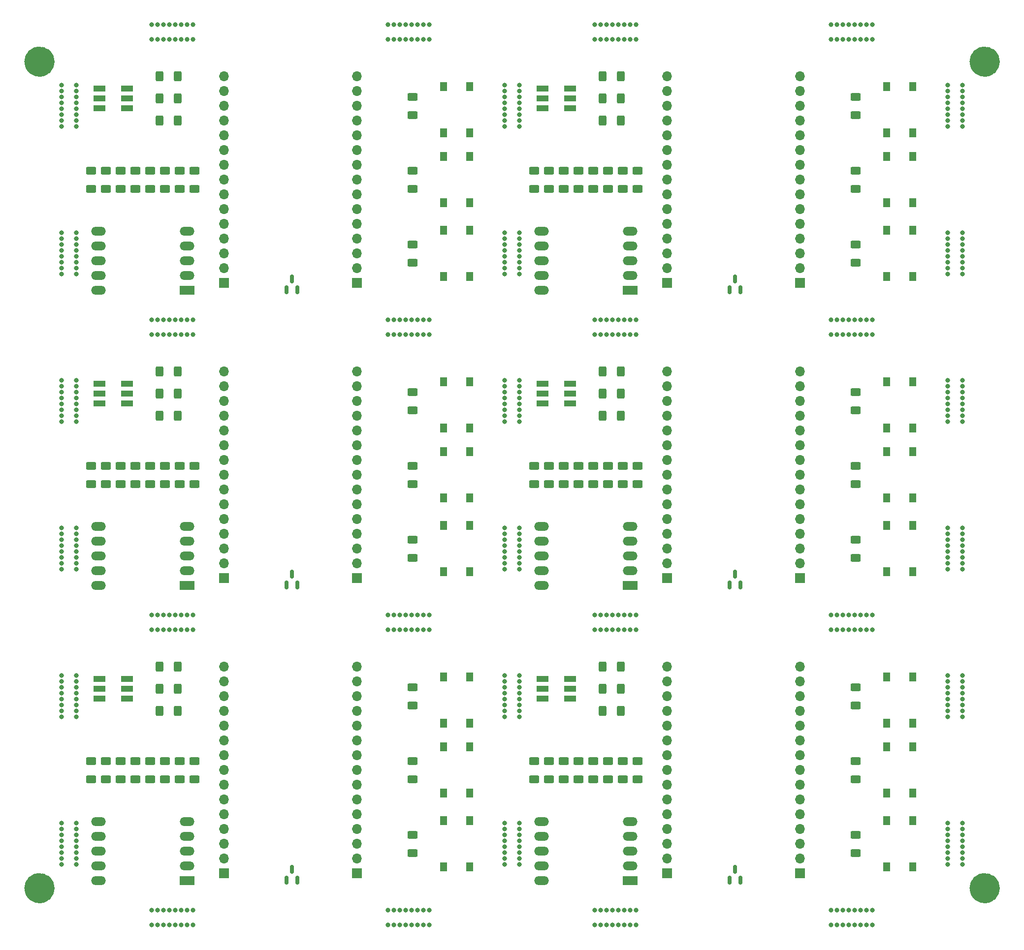
<source format=gbr>
%TF.GenerationSoftware,KiCad,Pcbnew,(5.99.0-9801-g46d71f0d23)*%
%TF.CreationDate,2021-03-17T23:59:57-04:00*%
%TF.ProjectId,PCB-S-Panelization,5043422d-532d-4506-916e-656c697a6174,rev?*%
%TF.SameCoordinates,Original*%
%TF.FileFunction,Soldermask,Top*%
%TF.FilePolarity,Negative*%
%FSLAX46Y46*%
G04 Gerber Fmt 4.6, Leading zero omitted, Abs format (unit mm)*
G04 Created by KiCad (PCBNEW (5.99.0-9801-g46d71f0d23)) date 2021-03-17 23:59:57*
%MOMM*%
%LPD*%
G01*
G04 APERTURE LIST*
G04 Aperture macros list*
%AMRoundRect*
0 Rectangle with rounded corners*
0 $1 Rounding radius*
0 $2 $3 $4 $5 $6 $7 $8 $9 X,Y pos of 4 corners*
0 Add a 4 corners polygon primitive as box body*
4,1,4,$2,$3,$4,$5,$6,$7,$8,$9,$2,$3,0*
0 Add four circle primitives for the rounded corners*
1,1,$1+$1,$2,$3*
1,1,$1+$1,$4,$5*
1,1,$1+$1,$6,$7*
1,1,$1+$1,$8,$9*
0 Add four rect primitives between the rounded corners*
20,1,$1+$1,$2,$3,$4,$5,0*
20,1,$1+$1,$4,$5,$6,$7,0*
20,1,$1+$1,$6,$7,$8,$9,0*
20,1,$1+$1,$8,$9,$2,$3,0*%
G04 Aperture macros list end*
%ADD10C,2.590000*%
%ADD11RoundRect,0.250000X0.400000X0.625000X-0.400000X0.625000X-0.400000X-0.625000X0.400000X-0.625000X0*%
%ADD12RoundRect,0.250000X-0.625000X0.400000X-0.625000X-0.400000X0.625000X-0.400000X0.625000X0.400000X0*%
%ADD13RoundRect,0.250000X0.625000X-0.400000X0.625000X0.400000X-0.625000X0.400000X-0.625000X-0.400000X0*%
%ADD14R,1.700000X1.700000*%
%ADD15O,1.700000X1.700000*%
%ADD16RoundRect,0.150000X0.150000X-0.587500X0.150000X0.587500X-0.150000X0.587500X-0.150000X-0.587500X0*%
%ADD17R,1.300000X1.550000*%
%ADD18R,2.000000X1.100000*%
%ADD19R,2.524000X1.524000*%
%ADD20O,2.524000X1.524000*%
%ADD21C,0.800000*%
G04 APERTURE END LIST*
D10*
X24155000Y-173990000D02*
G75*
G03*
X24155000Y-173990000I-1295000J0D01*
G01*
X24155000Y-31750000D02*
G75*
G03*
X24155000Y-31750000I-1295000J0D01*
G01*
X186715000Y-31750000D02*
G75*
G03*
X186715000Y-31750000I-1295000J0D01*
G01*
X186715000Y-173990000D02*
G75*
G03*
X186715000Y-173990000I-1295000J0D01*
G01*
D11*
%TO.C,R11*%
X122835000Y-135890000D03*
X119735000Y-135890000D03*
%TD*%
D12*
%TO.C,R2*%
X110490000Y-152120000D03*
X110490000Y-155220000D03*
%TD*%
D13*
%TO.C,R13*%
X163195000Y-155220000D03*
X163195000Y-152120000D03*
%TD*%
D14*
%TO.C,J1*%
X153670000Y-171450000D03*
D15*
X153670000Y-168910000D03*
X153670000Y-166370000D03*
X153670000Y-163830000D03*
X153670000Y-161290000D03*
X153670000Y-158750000D03*
X153670000Y-156210000D03*
X153670000Y-153670000D03*
X153670000Y-151130000D03*
X153670000Y-148590000D03*
X153670000Y-146050000D03*
X153670000Y-143510000D03*
X153670000Y-140970000D03*
X153670000Y-138430000D03*
X153670000Y-135890000D03*
%TD*%
D12*
%TO.C,R7*%
X123190000Y-152120000D03*
X123190000Y-155220000D03*
%TD*%
D13*
%TO.C,R12*%
X163195000Y-167920000D03*
X163195000Y-164820000D03*
%TD*%
D12*
%TO.C,R3*%
X113030000Y-152120000D03*
X113030000Y-155220000D03*
%TD*%
D11*
%TO.C,R9*%
X122835000Y-139700000D03*
X119735000Y-139700000D03*
%TD*%
D12*
%TO.C,R6*%
X120650000Y-152120000D03*
X120650000Y-155220000D03*
%TD*%
D16*
%TO.C,U1*%
X141544000Y-172641500D03*
X143444000Y-172641500D03*
X142494000Y-170766500D03*
%TD*%
D12*
%TO.C,R1*%
X107950000Y-152120000D03*
X107950000Y-155220000D03*
%TD*%
D17*
%TO.C,SW3*%
X168565000Y-137630000D03*
X168565000Y-145580000D03*
X173065000Y-145580000D03*
X173065000Y-137630000D03*
%TD*%
%TO.C,SW1*%
X168565000Y-170345000D03*
X168565000Y-162395000D03*
X173065000Y-170345000D03*
X173065000Y-162395000D03*
%TD*%
D18*
%TO.C,D2*%
X114160000Y-141400000D03*
X114160000Y-139700000D03*
X114160000Y-138000000D03*
X109360000Y-138000000D03*
X109360000Y-139700000D03*
X109360000Y-141400000D03*
%TD*%
D19*
%TO.C,D1*%
X124460000Y-172720000D03*
D20*
X124460000Y-170180000D03*
X124460000Y-167640000D03*
X124460000Y-165100000D03*
X124460000Y-162560000D03*
X109220000Y-162560000D03*
X109220000Y-165100000D03*
X109220000Y-167640000D03*
X109220000Y-170180000D03*
X109220000Y-172720000D03*
%TD*%
D17*
%TO.C,SW2*%
X168565000Y-157645000D03*
X168565000Y-149695000D03*
X173065000Y-149695000D03*
X173065000Y-157645000D03*
%TD*%
D12*
%TO.C,R5*%
X118110000Y-152120000D03*
X118110000Y-155220000D03*
%TD*%
%TO.C,R4*%
X115570000Y-152120000D03*
X115570000Y-155220000D03*
%TD*%
D11*
%TO.C,R10*%
X122835000Y-143510000D03*
X119735000Y-143510000D03*
%TD*%
D14*
%TO.C,J2*%
X130810000Y-171450000D03*
D15*
X130810000Y-168910000D03*
X130810000Y-166370000D03*
X130810000Y-163830000D03*
X130810000Y-161290000D03*
X130810000Y-158750000D03*
X130810000Y-156210000D03*
X130810000Y-153670000D03*
X130810000Y-151130000D03*
X130810000Y-148590000D03*
X130810000Y-146050000D03*
X130810000Y-143510000D03*
X130810000Y-140970000D03*
X130810000Y-138430000D03*
X130810000Y-135890000D03*
%TD*%
D12*
%TO.C,R8*%
X125730000Y-152120000D03*
X125730000Y-155220000D03*
%TD*%
D13*
%TO.C,R14*%
X163195000Y-142520000D03*
X163195000Y-139420000D03*
%TD*%
D11*
%TO.C,R11*%
X46635000Y-135890000D03*
X43535000Y-135890000D03*
%TD*%
D12*
%TO.C,R2*%
X34290000Y-152120000D03*
X34290000Y-155220000D03*
%TD*%
D13*
%TO.C,R13*%
X86995000Y-155220000D03*
X86995000Y-152120000D03*
%TD*%
D14*
%TO.C,J1*%
X77470000Y-171450000D03*
D15*
X77470000Y-168910000D03*
X77470000Y-166370000D03*
X77470000Y-163830000D03*
X77470000Y-161290000D03*
X77470000Y-158750000D03*
X77470000Y-156210000D03*
X77470000Y-153670000D03*
X77470000Y-151130000D03*
X77470000Y-148590000D03*
X77470000Y-146050000D03*
X77470000Y-143510000D03*
X77470000Y-140970000D03*
X77470000Y-138430000D03*
X77470000Y-135890000D03*
%TD*%
D12*
%TO.C,R7*%
X46990000Y-152120000D03*
X46990000Y-155220000D03*
%TD*%
D13*
%TO.C,R12*%
X86995000Y-167920000D03*
X86995000Y-164820000D03*
%TD*%
D12*
%TO.C,R3*%
X36830000Y-152120000D03*
X36830000Y-155220000D03*
%TD*%
D11*
%TO.C,R9*%
X46635000Y-139700000D03*
X43535000Y-139700000D03*
%TD*%
D12*
%TO.C,R6*%
X44450000Y-152120000D03*
X44450000Y-155220000D03*
%TD*%
D16*
%TO.C,U1*%
X65344000Y-172641500D03*
X67244000Y-172641500D03*
X66294000Y-170766500D03*
%TD*%
D12*
%TO.C,R1*%
X31750000Y-152120000D03*
X31750000Y-155220000D03*
%TD*%
D17*
%TO.C,SW3*%
X92365000Y-137630000D03*
X92365000Y-145580000D03*
X96865000Y-145580000D03*
X96865000Y-137630000D03*
%TD*%
%TO.C,SW1*%
X92365000Y-170345000D03*
X92365000Y-162395000D03*
X96865000Y-170345000D03*
X96865000Y-162395000D03*
%TD*%
D18*
%TO.C,D2*%
X37960000Y-141400000D03*
X37960000Y-139700000D03*
X37960000Y-138000000D03*
X33160000Y-138000000D03*
X33160000Y-139700000D03*
X33160000Y-141400000D03*
%TD*%
D19*
%TO.C,D1*%
X48260000Y-172720000D03*
D20*
X48260000Y-170180000D03*
X48260000Y-167640000D03*
X48260000Y-165100000D03*
X48260000Y-162560000D03*
X33020000Y-162560000D03*
X33020000Y-165100000D03*
X33020000Y-167640000D03*
X33020000Y-170180000D03*
X33020000Y-172720000D03*
%TD*%
D17*
%TO.C,SW2*%
X92365000Y-157645000D03*
X92365000Y-149695000D03*
X96865000Y-149695000D03*
X96865000Y-157645000D03*
%TD*%
D12*
%TO.C,R5*%
X41910000Y-152120000D03*
X41910000Y-155220000D03*
%TD*%
%TO.C,R4*%
X39370000Y-152120000D03*
X39370000Y-155220000D03*
%TD*%
D11*
%TO.C,R10*%
X46635000Y-143510000D03*
X43535000Y-143510000D03*
%TD*%
D14*
%TO.C,J2*%
X54610000Y-171450000D03*
D15*
X54610000Y-168910000D03*
X54610000Y-166370000D03*
X54610000Y-163830000D03*
X54610000Y-161290000D03*
X54610000Y-158750000D03*
X54610000Y-156210000D03*
X54610000Y-153670000D03*
X54610000Y-151130000D03*
X54610000Y-148590000D03*
X54610000Y-146050000D03*
X54610000Y-143510000D03*
X54610000Y-140970000D03*
X54610000Y-138430000D03*
X54610000Y-135890000D03*
%TD*%
D12*
%TO.C,R8*%
X49530000Y-152120000D03*
X49530000Y-155220000D03*
%TD*%
D13*
%TO.C,R14*%
X86995000Y-142520000D03*
X86995000Y-139420000D03*
%TD*%
D11*
%TO.C,R11*%
X122835000Y-85090000D03*
X119735000Y-85090000D03*
%TD*%
D12*
%TO.C,R2*%
X110490000Y-101320000D03*
X110490000Y-104420000D03*
%TD*%
D13*
%TO.C,R13*%
X163195000Y-104420000D03*
X163195000Y-101320000D03*
%TD*%
D14*
%TO.C,J1*%
X153670000Y-120650000D03*
D15*
X153670000Y-118110000D03*
X153670000Y-115570000D03*
X153670000Y-113030000D03*
X153670000Y-110490000D03*
X153670000Y-107950000D03*
X153670000Y-105410000D03*
X153670000Y-102870000D03*
X153670000Y-100330000D03*
X153670000Y-97790000D03*
X153670000Y-95250000D03*
X153670000Y-92710000D03*
X153670000Y-90170000D03*
X153670000Y-87630000D03*
X153670000Y-85090000D03*
%TD*%
D12*
%TO.C,R7*%
X123190000Y-101320000D03*
X123190000Y-104420000D03*
%TD*%
D13*
%TO.C,R12*%
X163195000Y-117120000D03*
X163195000Y-114020000D03*
%TD*%
D12*
%TO.C,R3*%
X113030000Y-101320000D03*
X113030000Y-104420000D03*
%TD*%
D11*
%TO.C,R9*%
X122835000Y-88900000D03*
X119735000Y-88900000D03*
%TD*%
D12*
%TO.C,R6*%
X120650000Y-101320000D03*
X120650000Y-104420000D03*
%TD*%
D16*
%TO.C,U1*%
X141544000Y-121841500D03*
X143444000Y-121841500D03*
X142494000Y-119966500D03*
%TD*%
D12*
%TO.C,R1*%
X107950000Y-101320000D03*
X107950000Y-104420000D03*
%TD*%
D17*
%TO.C,SW3*%
X168565000Y-86830000D03*
X168565000Y-94780000D03*
X173065000Y-94780000D03*
X173065000Y-86830000D03*
%TD*%
%TO.C,SW1*%
X168565000Y-119545000D03*
X168565000Y-111595000D03*
X173065000Y-119545000D03*
X173065000Y-111595000D03*
%TD*%
D18*
%TO.C,D2*%
X114160000Y-90600000D03*
X114160000Y-88900000D03*
X114160000Y-87200000D03*
X109360000Y-87200000D03*
X109360000Y-88900000D03*
X109360000Y-90600000D03*
%TD*%
D19*
%TO.C,D1*%
X124460000Y-121920000D03*
D20*
X124460000Y-119380000D03*
X124460000Y-116840000D03*
X124460000Y-114300000D03*
X124460000Y-111760000D03*
X109220000Y-111760000D03*
X109220000Y-114300000D03*
X109220000Y-116840000D03*
X109220000Y-119380000D03*
X109220000Y-121920000D03*
%TD*%
D17*
%TO.C,SW2*%
X168565000Y-106845000D03*
X168565000Y-98895000D03*
X173065000Y-98895000D03*
X173065000Y-106845000D03*
%TD*%
D12*
%TO.C,R5*%
X118110000Y-101320000D03*
X118110000Y-104420000D03*
%TD*%
%TO.C,R4*%
X115570000Y-101320000D03*
X115570000Y-104420000D03*
%TD*%
D11*
%TO.C,R10*%
X122835000Y-92710000D03*
X119735000Y-92710000D03*
%TD*%
D14*
%TO.C,J2*%
X130810000Y-120650000D03*
D15*
X130810000Y-118110000D03*
X130810000Y-115570000D03*
X130810000Y-113030000D03*
X130810000Y-110490000D03*
X130810000Y-107950000D03*
X130810000Y-105410000D03*
X130810000Y-102870000D03*
X130810000Y-100330000D03*
X130810000Y-97790000D03*
X130810000Y-95250000D03*
X130810000Y-92710000D03*
X130810000Y-90170000D03*
X130810000Y-87630000D03*
X130810000Y-85090000D03*
%TD*%
D12*
%TO.C,R8*%
X125730000Y-101320000D03*
X125730000Y-104420000D03*
%TD*%
D13*
%TO.C,R14*%
X163195000Y-91720000D03*
X163195000Y-88620000D03*
%TD*%
D11*
%TO.C,R11*%
X122835000Y-34290000D03*
X119735000Y-34290000D03*
%TD*%
D12*
%TO.C,R2*%
X110490000Y-50520000D03*
X110490000Y-53620000D03*
%TD*%
D13*
%TO.C,R13*%
X163195000Y-53620000D03*
X163195000Y-50520000D03*
%TD*%
D14*
%TO.C,J1*%
X153670000Y-69850000D03*
D15*
X153670000Y-67310000D03*
X153670000Y-64770000D03*
X153670000Y-62230000D03*
X153670000Y-59690000D03*
X153670000Y-57150000D03*
X153670000Y-54610000D03*
X153670000Y-52070000D03*
X153670000Y-49530000D03*
X153670000Y-46990000D03*
X153670000Y-44450000D03*
X153670000Y-41910000D03*
X153670000Y-39370000D03*
X153670000Y-36830000D03*
X153670000Y-34290000D03*
%TD*%
D12*
%TO.C,R7*%
X123190000Y-50520000D03*
X123190000Y-53620000D03*
%TD*%
D13*
%TO.C,R12*%
X163195000Y-66320000D03*
X163195000Y-63220000D03*
%TD*%
D12*
%TO.C,R3*%
X113030000Y-50520000D03*
X113030000Y-53620000D03*
%TD*%
D11*
%TO.C,R9*%
X122835000Y-38100000D03*
X119735000Y-38100000D03*
%TD*%
D12*
%TO.C,R6*%
X120650000Y-50520000D03*
X120650000Y-53620000D03*
%TD*%
D16*
%TO.C,U1*%
X141544000Y-71041500D03*
X143444000Y-71041500D03*
X142494000Y-69166500D03*
%TD*%
D12*
%TO.C,R1*%
X107950000Y-50520000D03*
X107950000Y-53620000D03*
%TD*%
D17*
%TO.C,SW3*%
X168565000Y-36030000D03*
X168565000Y-43980000D03*
X173065000Y-43980000D03*
X173065000Y-36030000D03*
%TD*%
%TO.C,SW1*%
X168565000Y-68745000D03*
X168565000Y-60795000D03*
X173065000Y-68745000D03*
X173065000Y-60795000D03*
%TD*%
D18*
%TO.C,D2*%
X114160000Y-39800000D03*
X114160000Y-38100000D03*
X114160000Y-36400000D03*
X109360000Y-36400000D03*
X109360000Y-38100000D03*
X109360000Y-39800000D03*
%TD*%
D19*
%TO.C,D1*%
X124460000Y-71120000D03*
D20*
X124460000Y-68580000D03*
X124460000Y-66040000D03*
X124460000Y-63500000D03*
X124460000Y-60960000D03*
X109220000Y-60960000D03*
X109220000Y-63500000D03*
X109220000Y-66040000D03*
X109220000Y-68580000D03*
X109220000Y-71120000D03*
%TD*%
D17*
%TO.C,SW2*%
X168565000Y-56045000D03*
X168565000Y-48095000D03*
X173065000Y-48095000D03*
X173065000Y-56045000D03*
%TD*%
D12*
%TO.C,R5*%
X118110000Y-50520000D03*
X118110000Y-53620000D03*
%TD*%
%TO.C,R4*%
X115570000Y-50520000D03*
X115570000Y-53620000D03*
%TD*%
D11*
%TO.C,R10*%
X122835000Y-41910000D03*
X119735000Y-41910000D03*
%TD*%
D14*
%TO.C,J2*%
X130810000Y-69850000D03*
D15*
X130810000Y-67310000D03*
X130810000Y-64770000D03*
X130810000Y-62230000D03*
X130810000Y-59690000D03*
X130810000Y-57150000D03*
X130810000Y-54610000D03*
X130810000Y-52070000D03*
X130810000Y-49530000D03*
X130810000Y-46990000D03*
X130810000Y-44450000D03*
X130810000Y-41910000D03*
X130810000Y-39370000D03*
X130810000Y-36830000D03*
X130810000Y-34290000D03*
%TD*%
D12*
%TO.C,R8*%
X125730000Y-50520000D03*
X125730000Y-53620000D03*
%TD*%
D13*
%TO.C,R14*%
X163195000Y-40920000D03*
X163195000Y-37820000D03*
%TD*%
D11*
%TO.C,R11*%
X46635000Y-85090000D03*
X43535000Y-85090000D03*
%TD*%
D12*
%TO.C,R2*%
X34290000Y-101320000D03*
X34290000Y-104420000D03*
%TD*%
D13*
%TO.C,R13*%
X86995000Y-104420000D03*
X86995000Y-101320000D03*
%TD*%
D14*
%TO.C,J1*%
X77470000Y-120650000D03*
D15*
X77470000Y-118110000D03*
X77470000Y-115570000D03*
X77470000Y-113030000D03*
X77470000Y-110490000D03*
X77470000Y-107950000D03*
X77470000Y-105410000D03*
X77470000Y-102870000D03*
X77470000Y-100330000D03*
X77470000Y-97790000D03*
X77470000Y-95250000D03*
X77470000Y-92710000D03*
X77470000Y-90170000D03*
X77470000Y-87630000D03*
X77470000Y-85090000D03*
%TD*%
D12*
%TO.C,R7*%
X46990000Y-101320000D03*
X46990000Y-104420000D03*
%TD*%
D13*
%TO.C,R12*%
X86995000Y-117120000D03*
X86995000Y-114020000D03*
%TD*%
D12*
%TO.C,R3*%
X36830000Y-101320000D03*
X36830000Y-104420000D03*
%TD*%
D11*
%TO.C,R9*%
X46635000Y-88900000D03*
X43535000Y-88900000D03*
%TD*%
D12*
%TO.C,R6*%
X44450000Y-101320000D03*
X44450000Y-104420000D03*
%TD*%
D16*
%TO.C,U1*%
X65344000Y-121841500D03*
X67244000Y-121841500D03*
X66294000Y-119966500D03*
%TD*%
D12*
%TO.C,R1*%
X31750000Y-101320000D03*
X31750000Y-104420000D03*
%TD*%
D17*
%TO.C,SW3*%
X92365000Y-86830000D03*
X92365000Y-94780000D03*
X96865000Y-94780000D03*
X96865000Y-86830000D03*
%TD*%
%TO.C,SW1*%
X92365000Y-119545000D03*
X92365000Y-111595000D03*
X96865000Y-119545000D03*
X96865000Y-111595000D03*
%TD*%
D18*
%TO.C,D2*%
X37960000Y-90600000D03*
X37960000Y-88900000D03*
X37960000Y-87200000D03*
X33160000Y-87200000D03*
X33160000Y-88900000D03*
X33160000Y-90600000D03*
%TD*%
D19*
%TO.C,D1*%
X48260000Y-121920000D03*
D20*
X48260000Y-119380000D03*
X48260000Y-116840000D03*
X48260000Y-114300000D03*
X48260000Y-111760000D03*
X33020000Y-111760000D03*
X33020000Y-114300000D03*
X33020000Y-116840000D03*
X33020000Y-119380000D03*
X33020000Y-121920000D03*
%TD*%
D17*
%TO.C,SW2*%
X92365000Y-106845000D03*
X92365000Y-98895000D03*
X96865000Y-98895000D03*
X96865000Y-106845000D03*
%TD*%
D12*
%TO.C,R5*%
X41910000Y-101320000D03*
X41910000Y-104420000D03*
%TD*%
%TO.C,R4*%
X39370000Y-101320000D03*
X39370000Y-104420000D03*
%TD*%
D11*
%TO.C,R10*%
X46635000Y-92710000D03*
X43535000Y-92710000D03*
%TD*%
D14*
%TO.C,J2*%
X54610000Y-120650000D03*
D15*
X54610000Y-118110000D03*
X54610000Y-115570000D03*
X54610000Y-113030000D03*
X54610000Y-110490000D03*
X54610000Y-107950000D03*
X54610000Y-105410000D03*
X54610000Y-102870000D03*
X54610000Y-100330000D03*
X54610000Y-97790000D03*
X54610000Y-95250000D03*
X54610000Y-92710000D03*
X54610000Y-90170000D03*
X54610000Y-87630000D03*
X54610000Y-85090000D03*
%TD*%
D12*
%TO.C,R8*%
X49530000Y-101320000D03*
X49530000Y-104420000D03*
%TD*%
D13*
%TO.C,R14*%
X86995000Y-91720000D03*
X86995000Y-88620000D03*
%TD*%
D21*
%TO.C,*%
X105410000Y-165862000D03*
%TD*%
%TO.C,*%
X105410000Y-63246000D03*
%TD*%
%TO.C,*%
X46228000Y-76200000D03*
%TD*%
%TO.C,*%
X29210000Y-90678000D03*
%TD*%
%TO.C,REF\u002A\u002A*%
X26670000Y-68326000D03*
%TD*%
%TO.C,*%
X29210000Y-113030000D03*
%TD*%
%TO.C,*%
X162052000Y-127000000D03*
%TD*%
%TO.C,*%
X164084000Y-76200000D03*
%TD*%
%TO.C,*%
X102870000Y-165862000D03*
%TD*%
%TO.C,*%
X120396000Y-177800000D03*
%TD*%
%TO.C,*%
X161036000Y-25400000D03*
%TD*%
%TO.C,REF\u002A\u002A*%
X160020000Y-27940000D03*
%TD*%
%TO.C,*%
X102870000Y-166878000D03*
%TD*%
%TO.C,*%
X105410000Y-36830000D03*
%TD*%
%TO.C,*%
X124460000Y-127000000D03*
%TD*%
%TO.C,*%
X181610000Y-166878000D03*
%TD*%
%TO.C,*%
X164084000Y-127000000D03*
%TD*%
%TO.C,*%
X47244000Y-127000000D03*
%TD*%
%TO.C,*%
X120396000Y-180340000D03*
%TD*%
%TO.C,*%
X102870000Y-162814000D03*
%TD*%
%TO.C,*%
X48260000Y-129540000D03*
%TD*%
%TO.C,*%
X181610000Y-138430000D03*
%TD*%
%TO.C,*%
X102870000Y-163830000D03*
%TD*%
%TO.C,REF\u002A\u002A*%
X181610000Y-92710000D03*
%TD*%
%TO.C,*%
X84836000Y-76200000D03*
%TD*%
%TO.C,*%
X84836000Y-129540000D03*
%TD*%
%TO.C,REF\u002A\u002A*%
X83820000Y-27940000D03*
%TD*%
%TO.C,*%
X166116000Y-25400000D03*
%TD*%
%TO.C,*%
X120396000Y-127000000D03*
%TD*%
%TO.C,*%
X123444000Y-76200000D03*
%TD*%
%TO.C,*%
X26670000Y-164846000D03*
%TD*%
%TO.C,*%
X166116000Y-129540000D03*
%TD*%
%TO.C,*%
X179070000Y-91694000D03*
%TD*%
%TO.C,REF\u002A\u002A*%
X118364000Y-177800000D03*
%TD*%
%TO.C,*%
X179070000Y-86614000D03*
%TD*%
%TO.C,*%
X161036000Y-27940000D03*
%TD*%
%TO.C,*%
X121412000Y-180340000D03*
%TD*%
%TO.C,*%
X48260000Y-127000000D03*
%TD*%
%TO.C,*%
X29210000Y-138430000D03*
%TD*%
%TO.C,*%
X124460000Y-177800000D03*
%TD*%
%TO.C,*%
X102870000Y-142494000D03*
%TD*%
%TO.C,*%
X47244000Y-25400000D03*
%TD*%
%TO.C,REF\u002A\u002A*%
X105410000Y-169926000D03*
%TD*%
%TO.C,*%
X179070000Y-140462000D03*
%TD*%
%TO.C,*%
X105410000Y-113030000D03*
%TD*%
%TO.C,*%
X181610000Y-164846000D03*
%TD*%
%TO.C,*%
X105410000Y-89662000D03*
%TD*%
%TO.C,*%
X47244000Y-129540000D03*
%TD*%
%TO.C,REF\u002A\u002A*%
X118364000Y-127000000D03*
%TD*%
%TO.C,*%
X29210000Y-63246000D03*
%TD*%
%TO.C,*%
X102870000Y-137414000D03*
%TD*%
%TO.C,*%
X29210000Y-64262000D03*
%TD*%
%TO.C,REF\u002A\u002A*%
X118364000Y-27940000D03*
%TD*%
%TO.C,*%
X179070000Y-90678000D03*
%TD*%
%TO.C,*%
X179070000Y-40894000D03*
%TD*%
%TO.C,REF\u002A\u002A*%
X159004000Y-76200000D03*
%TD*%
%TO.C,REF\u002A\u002A*%
X160020000Y-78740000D03*
%TD*%
%TO.C,*%
X163068000Y-27940000D03*
%TD*%
%TO.C,*%
X105410000Y-65278000D03*
%TD*%
%TO.C,*%
X179070000Y-114046000D03*
%TD*%
%TO.C,REF\u002A\u002A*%
X29210000Y-41910000D03*
%TD*%
%TO.C,*%
X44196000Y-27940000D03*
%TD*%
%TO.C,*%
X181610000Y-86614000D03*
%TD*%
%TO.C,*%
X122428000Y-180340000D03*
%TD*%
%TO.C,REF\u002A\u002A*%
X83820000Y-180340000D03*
%TD*%
%TO.C,*%
X179070000Y-116078000D03*
%TD*%
%TO.C,*%
X47244000Y-78740000D03*
%TD*%
%TO.C,*%
X165100000Y-129540000D03*
%TD*%
%TO.C,*%
X49276000Y-180340000D03*
%TD*%
%TO.C,*%
X29210000Y-62230000D03*
%TD*%
%TO.C,*%
X181610000Y-63246000D03*
%TD*%
%TO.C,*%
X105410000Y-114046000D03*
%TD*%
%TO.C,*%
X179070000Y-38862000D03*
%TD*%
%TO.C,*%
X85852000Y-78740000D03*
%TD*%
%TO.C,*%
X26670000Y-86614000D03*
%TD*%
%TO.C,REF\u002A\u002A*%
X102870000Y-67310000D03*
%TD*%
%TO.C,REF\u002A\u002A*%
X82804000Y-27940000D03*
%TD*%
%TO.C,*%
X181610000Y-163830000D03*
%TD*%
%TO.C,*%
X29210000Y-86614000D03*
%TD*%
%TO.C,*%
X165100000Y-180340000D03*
%TD*%
%TO.C,*%
X29210000Y-35814000D03*
%TD*%
%TO.C,REF\u002A\u002A*%
X26670000Y-42926000D03*
%TD*%
%TO.C,REF\u002A\u002A*%
X181610000Y-169926000D03*
%TD*%
%TO.C,*%
X179070000Y-89662000D03*
%TD*%
%TO.C,*%
X179070000Y-61214000D03*
%TD*%
%TO.C,*%
X181610000Y-61214000D03*
%TD*%
%TO.C,*%
X165100000Y-27940000D03*
%TD*%
%TO.C,*%
X105410000Y-35814000D03*
%TD*%
%TO.C,*%
X124460000Y-27940000D03*
%TD*%
%TO.C,*%
X179070000Y-162814000D03*
%TD*%
%TO.C,*%
X181610000Y-66294000D03*
%TD*%
%TO.C,REF\u002A\u002A*%
X181610000Y-41910000D03*
%TD*%
%TO.C,*%
X105410000Y-115062000D03*
%TD*%
%TO.C,*%
X122428000Y-25400000D03*
%TD*%
%TO.C,REF\u002A\u002A*%
X26670000Y-144526000D03*
%TD*%
%TO.C,*%
X102870000Y-116078000D03*
%TD*%
%TO.C,*%
X26670000Y-165862000D03*
%TD*%
%TO.C,REF\u002A\u002A*%
X179070000Y-41910000D03*
%TD*%
%TO.C,REF\u002A\u002A*%
X179070000Y-118110000D03*
%TD*%
%TO.C,*%
X123444000Y-129540000D03*
%TD*%
%TO.C,*%
X181610000Y-90678000D03*
%TD*%
%TO.C,REF\u002A\u002A*%
X29210000Y-119126000D03*
%TD*%
%TO.C,*%
X102870000Y-65278000D03*
%TD*%
%TO.C,*%
X47244000Y-27940000D03*
%TD*%
%TO.C,*%
X124460000Y-25400000D03*
%TD*%
%TO.C,*%
X123444000Y-177800000D03*
%TD*%
%TO.C,REF\u002A\u002A*%
X159004000Y-25400000D03*
%TD*%
%TO.C,REF\u002A\u002A*%
X160020000Y-180340000D03*
%TD*%
%TO.C,*%
X49276000Y-129540000D03*
%TD*%
%TO.C,REF\u002A\u002A*%
X26670000Y-67310000D03*
%TD*%
%TO.C,*%
X179070000Y-35814000D03*
%TD*%
%TO.C,*%
X105410000Y-116078000D03*
%TD*%
%TO.C,REF\u002A\u002A*%
X82804000Y-25400000D03*
%TD*%
%TO.C,*%
X105410000Y-139446000D03*
%TD*%
%TO.C,REF\u002A\u002A*%
X105410000Y-143510000D03*
%TD*%
%TO.C,*%
X26670000Y-113030000D03*
%TD*%
%TO.C,*%
X162052000Y-180340000D03*
%TD*%
%TO.C,*%
X105410000Y-117094000D03*
%TD*%
%TO.C,REF\u002A\u002A*%
X29210000Y-92710000D03*
%TD*%
%TO.C,REF\u002A\u002A*%
X26670000Y-92710000D03*
%TD*%
%TO.C,*%
X161036000Y-180340000D03*
%TD*%
%TO.C,*%
X181610000Y-165862000D03*
%TD*%
%TO.C,*%
X46228000Y-25400000D03*
%TD*%
%TO.C,REF\u002A\u002A*%
X118364000Y-78740000D03*
%TD*%
%TO.C,*%
X89916000Y-27940000D03*
%TD*%
%TO.C,*%
X29210000Y-66294000D03*
%TD*%
%TO.C,*%
X29210000Y-117094000D03*
%TD*%
%TO.C,*%
X125476000Y-25400000D03*
%TD*%
%TO.C,*%
X125476000Y-177800000D03*
%TD*%
%TO.C,REF\u002A\u002A*%
X26670000Y-168910000D03*
%TD*%
%TO.C,*%
X29210000Y-137414000D03*
%TD*%
%TO.C,REF\u002A\u002A*%
X102870000Y-143510000D03*
%TD*%
%TO.C,*%
X179070000Y-142494000D03*
%TD*%
%TO.C,*%
X102870000Y-139446000D03*
%TD*%
%TO.C,*%
X45212000Y-127000000D03*
%TD*%
%TO.C,*%
X87884000Y-127000000D03*
%TD*%
%TO.C,REF\u002A\u002A*%
X181610000Y-42926000D03*
%TD*%
%TO.C,*%
X166116000Y-127000000D03*
%TD*%
%TO.C,REF\u002A\u002A*%
X102870000Y-92710000D03*
%TD*%
%TO.C,*%
X29210000Y-140462000D03*
%TD*%
%TO.C,*%
X45212000Y-78740000D03*
%TD*%
%TO.C,REF\u002A\u002A*%
X181610000Y-118110000D03*
%TD*%
%TO.C,*%
X179070000Y-139446000D03*
%TD*%
%TO.C,*%
X88900000Y-76200000D03*
%TD*%
%TO.C,*%
X181610000Y-35814000D03*
%TD*%
%TO.C,*%
X179070000Y-66294000D03*
%TD*%
%TO.C,*%
X181610000Y-36830000D03*
%TD*%
%TO.C,*%
X87884000Y-177800000D03*
%TD*%
%TO.C,*%
X29210000Y-166878000D03*
%TD*%
%TO.C,*%
X29210000Y-91694000D03*
%TD*%
%TO.C,*%
X88900000Y-127000000D03*
%TD*%
%TO.C,*%
X105410000Y-64262000D03*
%TD*%
%TO.C,REF\u002A\u002A*%
X26670000Y-41910000D03*
%TD*%
%TO.C,REF\u002A\u002A*%
X160020000Y-177800000D03*
%TD*%
%TO.C,*%
X26670000Y-91694000D03*
%TD*%
%TO.C,REF\u002A\u002A*%
X83820000Y-76200000D03*
%TD*%
%TO.C,*%
X105410000Y-138430000D03*
%TD*%
%TO.C,*%
X166116000Y-180340000D03*
%TD*%
%TO.C,*%
X48260000Y-180340000D03*
%TD*%
%TO.C,*%
X179070000Y-36830000D03*
%TD*%
%TO.C,REF\u002A\u002A*%
X82804000Y-177800000D03*
%TD*%
%TO.C,*%
X181610000Y-116078000D03*
%TD*%
%TO.C,*%
X163068000Y-78740000D03*
%TD*%
%TO.C,*%
X88900000Y-27940000D03*
%TD*%
%TO.C,*%
X123444000Y-180340000D03*
%TD*%
%TO.C,REF\u002A\u002A*%
X105410000Y-67310000D03*
%TD*%
%TO.C,*%
X181610000Y-65278000D03*
%TD*%
%TO.C,*%
X162052000Y-129540000D03*
%TD*%
%TO.C,*%
X44196000Y-129540000D03*
%TD*%
%TO.C,*%
X162052000Y-25400000D03*
%TD*%
%TO.C,*%
X102870000Y-63246000D03*
%TD*%
%TO.C,*%
X87884000Y-78740000D03*
%TD*%
%TO.C,*%
X181610000Y-112014000D03*
%TD*%
%TO.C,*%
X125476000Y-127000000D03*
%TD*%
%TO.C,REF\u002A\u002A*%
X119380000Y-129540000D03*
%TD*%
%TO.C,REF\u002A\u002A*%
X83820000Y-177800000D03*
%TD*%
%TO.C,*%
X47244000Y-180340000D03*
%TD*%
%TO.C,*%
X102870000Y-40894000D03*
%TD*%
%TO.C,*%
X87884000Y-76200000D03*
%TD*%
%TO.C,*%
X26670000Y-66294000D03*
%TD*%
%TO.C,*%
X102870000Y-38862000D03*
%TD*%
%TO.C,REF\u002A\u002A*%
X179070000Y-119126000D03*
%TD*%
%TO.C,*%
X105410000Y-167894000D03*
%TD*%
%TO.C,*%
X162052000Y-76200000D03*
%TD*%
%TO.C,*%
X164084000Y-78740000D03*
%TD*%
%TO.C,REF\u002A\u002A*%
X29210000Y-144526000D03*
%TD*%
%TO.C,REF\u002A\u002A*%
X181610000Y-168910000D03*
%TD*%
%TO.C,*%
X179070000Y-65278000D03*
%TD*%
%TO.C,*%
X29210000Y-89662000D03*
%TD*%
%TO.C,*%
X86868000Y-25400000D03*
%TD*%
%TO.C,REF\u002A\u002A*%
X42164000Y-180340000D03*
%TD*%
%TO.C,REF\u002A\u002A*%
X179070000Y-93726000D03*
%TD*%
%TO.C,REF\u002A\u002A*%
X102870000Y-93726000D03*
%TD*%
%TO.C,*%
X181610000Y-64262000D03*
%TD*%
%TO.C,*%
X49276000Y-27940000D03*
%TD*%
%TO.C,REF\u002A\u002A*%
X29210000Y-67310000D03*
%TD*%
%TO.C,REF\u002A\u002A*%
X118364000Y-76200000D03*
%TD*%
%TO.C,*%
X181610000Y-117094000D03*
%TD*%
%TO.C,*%
X162052000Y-27940000D03*
%TD*%
%TO.C,*%
X163068000Y-25400000D03*
%TD*%
%TO.C,*%
X29210000Y-37846000D03*
%TD*%
%TO.C,REF\u002A\u002A*%
X160020000Y-129540000D03*
%TD*%
%TO.C,*%
X29210000Y-114046000D03*
%TD*%
%TO.C,*%
X166116000Y-177800000D03*
%TD*%
%TO.C,*%
X125476000Y-76200000D03*
%TD*%
%TO.C,*%
X29210000Y-141478000D03*
%TD*%
%TO.C,*%
X26670000Y-115062000D03*
%TD*%
%TO.C,REF\u002A\u002A*%
X26670000Y-118110000D03*
%TD*%
%TO.C,REF\u002A\u002A*%
X83820000Y-129540000D03*
%TD*%
%TO.C,*%
X179070000Y-64262000D03*
%TD*%
%TO.C,*%
X102870000Y-86614000D03*
%TD*%
%TO.C,REF\u002A\u002A*%
X105410000Y-68326000D03*
%TD*%
%TO.C,REF\u002A\u002A*%
X179070000Y-169926000D03*
%TD*%
%TO.C,*%
X85852000Y-27940000D03*
%TD*%
%TO.C,*%
X45212000Y-27940000D03*
%TD*%
%TO.C,REF\u002A\u002A*%
X179070000Y-144526000D03*
%TD*%
%TO.C,*%
X26670000Y-112014000D03*
%TD*%
%TO.C,*%
X29210000Y-39878000D03*
%TD*%
%TO.C,*%
X84836000Y-180340000D03*
%TD*%
%TO.C,*%
X26670000Y-167894000D03*
%TD*%
%TO.C,REF\u002A\u002A*%
X119380000Y-177800000D03*
%TD*%
%TO.C,*%
X181610000Y-115062000D03*
%TD*%
%TO.C,REF\u002A\u002A*%
X83820000Y-25400000D03*
%TD*%
%TO.C,*%
X102870000Y-36830000D03*
%TD*%
%TO.C,*%
X179070000Y-137414000D03*
%TD*%
%TO.C,*%
X26670000Y-87630000D03*
%TD*%
%TO.C,*%
X26670000Y-63246000D03*
%TD*%
%TO.C,*%
X87884000Y-129540000D03*
%TD*%
%TO.C,REF\u002A\u002A*%
X105410000Y-118110000D03*
%TD*%
%TO.C,*%
X164084000Y-180340000D03*
%TD*%
%TO.C,REF\u002A\u002A*%
X181610000Y-144526000D03*
%TD*%
%TO.C,*%
X125476000Y-78740000D03*
%TD*%
%TO.C,REF\u002A\u002A*%
X29210000Y-168910000D03*
%TD*%
%TO.C,*%
X181610000Y-141478000D03*
%TD*%
%TO.C,REF\u002A\u002A*%
X118364000Y-25400000D03*
%TD*%
%TO.C,*%
X163068000Y-127000000D03*
%TD*%
%TO.C,*%
X26670000Y-116078000D03*
%TD*%
%TO.C,*%
X85852000Y-25400000D03*
%TD*%
%TO.C,*%
X165100000Y-177800000D03*
%TD*%
%TO.C,*%
X105410000Y-37846000D03*
%TD*%
%TO.C,REF\u002A\u002A*%
X102870000Y-168910000D03*
%TD*%
%TO.C,*%
X26670000Y-64262000D03*
%TD*%
%TO.C,*%
X179070000Y-37846000D03*
%TD*%
%TO.C,REF\u002A\u002A*%
X43180000Y-78740000D03*
%TD*%
%TO.C,*%
X181610000Y-167894000D03*
%TD*%
%TO.C,*%
X44196000Y-76200000D03*
%TD*%
%TO.C,*%
X86868000Y-177800000D03*
%TD*%
%TO.C,*%
X120396000Y-25400000D03*
%TD*%
%TO.C,*%
X123444000Y-127000000D03*
%TD*%
%TO.C,REF\u002A\u002A*%
X179070000Y-42926000D03*
%TD*%
%TO.C,*%
X105410000Y-91694000D03*
%TD*%
%TO.C,*%
X125476000Y-27940000D03*
%TD*%
%TO.C,*%
X179070000Y-166878000D03*
%TD*%
%TO.C,*%
X46228000Y-180340000D03*
%TD*%
%TO.C,*%
X29210000Y-142494000D03*
%TD*%
%TO.C,REF\u002A\u002A*%
X26670000Y-119126000D03*
%TD*%
%TO.C,*%
X179070000Y-115062000D03*
%TD*%
%TO.C,*%
X105410000Y-137414000D03*
%TD*%
%TO.C,*%
X102870000Y-39878000D03*
%TD*%
%TO.C,*%
X102870000Y-35814000D03*
%TD*%
%TO.C,*%
X29210000Y-139446000D03*
%TD*%
%TO.C,*%
X102870000Y-37846000D03*
%TD*%
%TO.C,*%
X181610000Y-87630000D03*
%TD*%
%TO.C,*%
X46228000Y-177800000D03*
%TD*%
%TO.C,*%
X48260000Y-177800000D03*
%TD*%
%TO.C,*%
X26670000Y-90678000D03*
%TD*%
%TO.C,*%
X120396000Y-27940000D03*
%TD*%
%TO.C,*%
X122428000Y-78740000D03*
%TD*%
%TO.C,*%
X105410000Y-87630000D03*
%TD*%
%TO.C,REF\u002A\u002A*%
X42164000Y-78740000D03*
%TD*%
%TO.C,REF\u002A\u002A*%
X43180000Y-25400000D03*
%TD*%
%TO.C,*%
X48260000Y-25400000D03*
%TD*%
%TO.C,*%
X121412000Y-76200000D03*
%TD*%
%TO.C,*%
X26670000Y-37846000D03*
%TD*%
%TO.C,*%
X120396000Y-78740000D03*
%TD*%
%TO.C,REF\u002A\u002A*%
X43180000Y-180340000D03*
%TD*%
%TO.C,*%
X26670000Y-39878000D03*
%TD*%
%TO.C,REF\u002A\u002A*%
X159004000Y-78740000D03*
%TD*%
%TO.C,REF\u002A\u002A*%
X159004000Y-180340000D03*
%TD*%
%TO.C,*%
X181610000Y-137414000D03*
%TD*%
%TO.C,*%
X26670000Y-36830000D03*
%TD*%
%TO.C,*%
X122428000Y-177800000D03*
%TD*%
%TO.C,*%
X46228000Y-129540000D03*
%TD*%
%TO.C,*%
X102870000Y-64262000D03*
%TD*%
%TO.C,*%
X163068000Y-180340000D03*
%TD*%
%TO.C,*%
X179070000Y-112014000D03*
%TD*%
%TO.C,REF\u002A\u002A*%
X119380000Y-127000000D03*
%TD*%
%TO.C,*%
X45212000Y-25400000D03*
%TD*%
%TO.C,*%
X84836000Y-78740000D03*
%TD*%
%TO.C,*%
X121412000Y-177800000D03*
%TD*%
%TO.C,*%
X49276000Y-177800000D03*
%TD*%
%TO.C,REF\u002A\u002A*%
X118364000Y-129540000D03*
%TD*%
%TO.C,*%
X179070000Y-113030000D03*
%TD*%
%TO.C,*%
X29210000Y-40894000D03*
%TD*%
%TO.C,*%
X166116000Y-78740000D03*
%TD*%
%TO.C,*%
X26670000Y-142494000D03*
%TD*%
%TO.C,*%
X179070000Y-141478000D03*
%TD*%
%TO.C,REF\u002A\u002A*%
X119380000Y-76200000D03*
%TD*%
%TO.C,*%
X181610000Y-140462000D03*
%TD*%
%TO.C,*%
X85852000Y-129540000D03*
%TD*%
%TO.C,REF\u002A\u002A*%
X179070000Y-67310000D03*
%TD*%
%TO.C,*%
X105410000Y-90678000D03*
%TD*%
%TO.C,*%
X29210000Y-61214000D03*
%TD*%
%TO.C,REF\u002A\u002A*%
X42164000Y-127000000D03*
%TD*%
%TO.C,*%
X84836000Y-25400000D03*
%TD*%
%TO.C,*%
X29210000Y-65278000D03*
%TD*%
%TO.C,*%
X181610000Y-91694000D03*
%TD*%
%TO.C,*%
X121412000Y-25400000D03*
%TD*%
%TO.C,*%
X49276000Y-76200000D03*
%TD*%
%TO.C,*%
X102870000Y-117094000D03*
%TD*%
%TO.C,*%
X164084000Y-25400000D03*
%TD*%
%TO.C,*%
X29210000Y-115062000D03*
%TD*%
%TO.C,*%
X105410000Y-141478000D03*
%TD*%
%TO.C,*%
X179070000Y-63246000D03*
%TD*%
%TO.C,*%
X102870000Y-62230000D03*
%TD*%
%TO.C,*%
X161036000Y-129540000D03*
%TD*%
%TO.C,*%
X121412000Y-27940000D03*
%TD*%
%TO.C,*%
X179070000Y-167894000D03*
%TD*%
%TO.C,*%
X105410000Y-164846000D03*
%TD*%
%TO.C,*%
X26670000Y-163830000D03*
%TD*%
%TO.C,*%
X105410000Y-39878000D03*
%TD*%
%TO.C,REF\u002A\u002A*%
X82804000Y-76200000D03*
%TD*%
%TO.C,REF\u002A\u002A*%
X42164000Y-27940000D03*
%TD*%
%TO.C,*%
X164084000Y-129540000D03*
%TD*%
%TO.C,*%
X161036000Y-78740000D03*
%TD*%
%TO.C,*%
X122428000Y-76200000D03*
%TD*%
%TO.C,*%
X105410000Y-66294000D03*
%TD*%
%TO.C,*%
X44196000Y-78740000D03*
%TD*%
%TO.C,*%
X29210000Y-112014000D03*
%TD*%
%TO.C,*%
X44196000Y-180340000D03*
%TD*%
%TO.C,*%
X26670000Y-166878000D03*
%TD*%
%TO.C,REF\u002A\u002A*%
X160020000Y-127000000D03*
%TD*%
%TO.C,*%
X88900000Y-129540000D03*
%TD*%
%TO.C,*%
X48260000Y-27940000D03*
%TD*%
%TO.C,REF\u002A\u002A*%
X105410000Y-144526000D03*
%TD*%
%TO.C,*%
X102870000Y-112014000D03*
%TD*%
%TO.C,*%
X105410000Y-163830000D03*
%TD*%
%TO.C,*%
X181610000Y-142494000D03*
%TD*%
%TO.C,*%
X105410000Y-140462000D03*
%TD*%
%TO.C,*%
X26670000Y-140462000D03*
%TD*%
%TO.C,*%
X89916000Y-180340000D03*
%TD*%
%TO.C,REF\u002A\u002A*%
X82804000Y-78740000D03*
%TD*%
%TO.C,REF\u002A\u002A*%
X29210000Y-169926000D03*
%TD*%
%TO.C,*%
X124460000Y-78740000D03*
%TD*%
%TO.C,*%
X105410000Y-162814000D03*
%TD*%
%TO.C,*%
X122428000Y-127000000D03*
%TD*%
%TO.C,REF\u002A\u002A*%
X29210000Y-68326000D03*
%TD*%
%TO.C,*%
X86868000Y-76200000D03*
%TD*%
%TO.C,*%
X162052000Y-177800000D03*
%TD*%
%TO.C,*%
X163068000Y-76200000D03*
%TD*%
%TO.C,REF\u002A\u002A*%
X29210000Y-118110000D03*
%TD*%
%TO.C,*%
X105410000Y-40894000D03*
%TD*%
%TO.C,*%
X165100000Y-127000000D03*
%TD*%
%TO.C,*%
X161036000Y-177800000D03*
%TD*%
%TO.C,*%
X181610000Y-88646000D03*
%TD*%
%TO.C,REF\u002A\u002A*%
X179070000Y-92710000D03*
%TD*%
%TO.C,*%
X166116000Y-76200000D03*
%TD*%
%TO.C,*%
X85852000Y-76200000D03*
%TD*%
%TO.C,*%
X89916000Y-78740000D03*
%TD*%
%TO.C,*%
X179070000Y-165862000D03*
%TD*%
%TO.C,*%
X44196000Y-25400000D03*
%TD*%
%TO.C,*%
X181610000Y-113030000D03*
%TD*%
%TO.C,REF\u002A\u002A*%
X105410000Y-42926000D03*
%TD*%
%TO.C,*%
X48260000Y-78740000D03*
%TD*%
%TO.C,REF\u002A\u002A*%
X119380000Y-25400000D03*
%TD*%
%TO.C,*%
X26670000Y-88646000D03*
%TD*%
%TO.C,*%
X102870000Y-113030000D03*
%TD*%
%TO.C,REF\u002A\u002A*%
X42164000Y-129540000D03*
%TD*%
%TO.C,*%
X29210000Y-36830000D03*
%TD*%
%TO.C,*%
X166116000Y-27940000D03*
%TD*%
%TO.C,*%
X26670000Y-117094000D03*
%TD*%
%TO.C,*%
X46228000Y-78740000D03*
%TD*%
%TO.C,*%
X29210000Y-164846000D03*
%TD*%
%TO.C,REF\u002A\u002A*%
X179070000Y-168910000D03*
%TD*%
%TO.C,REF\u002A\u002A*%
X43180000Y-76200000D03*
%TD*%
%TO.C,*%
X105410000Y-88646000D03*
%TD*%
%TO.C,REF\u002A\u002A*%
X118364000Y-180340000D03*
%TD*%
%TO.C,REF\u002A\u002A*%
X29210000Y-93726000D03*
%TD*%
%TO.C,*%
X87884000Y-27940000D03*
%TD*%
%TO.C,*%
X88900000Y-78740000D03*
%TD*%
%TO.C,*%
X44196000Y-177800000D03*
%TD*%
%TO.C,*%
X88900000Y-25400000D03*
%TD*%
%TO.C,REF\u002A\u002A*%
X26670000Y-169926000D03*
%TD*%
%TO.C,*%
X161036000Y-76200000D03*
%TD*%
%TO.C,*%
X121412000Y-78740000D03*
%TD*%
%TO.C,REF\u002A\u002A*%
X105410000Y-92710000D03*
%TD*%
%TO.C,*%
X181610000Y-89662000D03*
%TD*%
%TO.C,REF\u002A\u002A*%
X29210000Y-42926000D03*
%TD*%
%TO.C,REF\u002A\u002A*%
X160020000Y-25400000D03*
%TD*%
%TO.C,*%
X85852000Y-180340000D03*
%TD*%
%TO.C,REF\u002A\u002A*%
X105410000Y-93726000D03*
%TD*%
%TO.C,*%
X29210000Y-87630000D03*
%TD*%
%TO.C,REF\u002A\u002A*%
X181610000Y-143510000D03*
%TD*%
%TO.C,*%
X49276000Y-127000000D03*
%TD*%
%TO.C,*%
X26670000Y-137414000D03*
%TD*%
%TO.C,*%
X165100000Y-25400000D03*
%TD*%
%TO.C,REF\u002A\u002A*%
X43180000Y-27940000D03*
%TD*%
%TO.C,*%
X181610000Y-62230000D03*
%TD*%
%TO.C,REF\u002A\u002A*%
X26670000Y-143510000D03*
%TD*%
%TO.C,*%
X45212000Y-76200000D03*
%TD*%
%TO.C,*%
X162052000Y-78740000D03*
%TD*%
%TO.C,REF\u002A\u002A*%
X42164000Y-177800000D03*
%TD*%
%TO.C,REF\u002A\u002A*%
X43180000Y-177800000D03*
%TD*%
%TO.C,*%
X26670000Y-162814000D03*
%TD*%
%TO.C,*%
X29210000Y-116078000D03*
%TD*%
%TO.C,*%
X26670000Y-62230000D03*
%TD*%
%TO.C,*%
X85852000Y-127000000D03*
%TD*%
%TO.C,*%
X48260000Y-76200000D03*
%TD*%
%TO.C,REF\u002A\u002A*%
X159004000Y-27940000D03*
%TD*%
%TO.C,*%
X163068000Y-129540000D03*
%TD*%
%TO.C,*%
X102870000Y-88646000D03*
%TD*%
%TO.C,*%
X29210000Y-163830000D03*
%TD*%
%TO.C,*%
X181610000Y-38862000D03*
%TD*%
%TO.C,*%
X105410000Y-61214000D03*
%TD*%
%TO.C,*%
X102870000Y-164846000D03*
%TD*%
%TO.C,*%
X102870000Y-91694000D03*
%TD*%
%TO.C,*%
X181610000Y-37846000D03*
%TD*%
%TO.C,REF\u002A\u002A*%
X102870000Y-169926000D03*
%TD*%
%TO.C,*%
X122428000Y-27940000D03*
%TD*%
%TO.C,*%
X49276000Y-78740000D03*
%TD*%
%TO.C,*%
X26670000Y-65278000D03*
%TD*%
%TO.C,*%
X84836000Y-177800000D03*
%TD*%
%TO.C,REF\u002A\u002A*%
X181610000Y-68326000D03*
%TD*%
%TO.C,*%
X181610000Y-162814000D03*
%TD*%
%TO.C,*%
X120396000Y-76200000D03*
%TD*%
%TO.C,*%
X26670000Y-138430000D03*
%TD*%
%TO.C,*%
X29210000Y-165862000D03*
%TD*%
%TO.C,REF\u002A\u002A*%
X102870000Y-118110000D03*
%TD*%
%TO.C,*%
X181610000Y-114046000D03*
%TD*%
%TO.C,*%
X123444000Y-25400000D03*
%TD*%
%TO.C,*%
X47244000Y-177800000D03*
%TD*%
%TO.C,*%
X105410000Y-62230000D03*
%TD*%
%TO.C,*%
X86868000Y-180340000D03*
%TD*%
%TO.C,*%
X47244000Y-76200000D03*
%TD*%
%TO.C,*%
X123444000Y-27940000D03*
%TD*%
%TO.C,*%
X105410000Y-166878000D03*
%TD*%
%TO.C,*%
X102870000Y-115062000D03*
%TD*%
%TO.C,REF\u002A\u002A*%
X83820000Y-127000000D03*
%TD*%
%TO.C,*%
X45212000Y-180340000D03*
%TD*%
%TO.C,REF\u002A\u002A*%
X42164000Y-25400000D03*
%TD*%
%TO.C,REF\u002A\u002A*%
X42164000Y-76200000D03*
%TD*%
%TO.C,*%
X179070000Y-88646000D03*
%TD*%
%TO.C,*%
X181610000Y-40894000D03*
%TD*%
%TO.C,REF\u002A\u002A*%
X43180000Y-129540000D03*
%TD*%
%TO.C,*%
X102870000Y-167894000D03*
%TD*%
%TO.C,REF\u002A\u002A*%
X119380000Y-180340000D03*
%TD*%
%TO.C,*%
X165100000Y-78740000D03*
%TD*%
%TO.C,*%
X102870000Y-61214000D03*
%TD*%
%TO.C,*%
X45212000Y-177800000D03*
%TD*%
%TO.C,*%
X179070000Y-164846000D03*
%TD*%
%TO.C,*%
X124460000Y-129540000D03*
%TD*%
%TO.C,REF\u002A\u002A*%
X102870000Y-68326000D03*
%TD*%
%TO.C,REF\u002A\u002A*%
X82804000Y-127000000D03*
%TD*%
%TO.C,REF\u002A\u002A*%
X83820000Y-78740000D03*
%TD*%
%TO.C,*%
X105410000Y-86614000D03*
%TD*%
%TO.C,REF\u002A\u002A*%
X119380000Y-27940000D03*
%TD*%
%TO.C,*%
X86868000Y-27940000D03*
%TD*%
%TO.C,REF\u002A\u002A*%
X29210000Y-143510000D03*
%TD*%
%TO.C,REF\u002A\u002A*%
X82804000Y-180340000D03*
%TD*%
%TO.C,*%
X26670000Y-141478000D03*
%TD*%
%TO.C,*%
X124460000Y-76200000D03*
%TD*%
%TO.C,REF\u002A\u002A*%
X105410000Y-41910000D03*
%TD*%
%TO.C,REF\u002A\u002A*%
X26670000Y-93726000D03*
%TD*%
%TO.C,REF\u002A\u002A*%
X159004000Y-129540000D03*
%TD*%
%TO.C,*%
X181610000Y-139446000D03*
%TD*%
%TO.C,*%
X179070000Y-163830000D03*
%TD*%
%TO.C,*%
X45212000Y-129540000D03*
%TD*%
%TO.C,*%
X120396000Y-129540000D03*
%TD*%
%TO.C,*%
X29210000Y-88646000D03*
%TD*%
%TO.C,*%
X89916000Y-177800000D03*
%TD*%
%TO.C,*%
X26670000Y-139446000D03*
%TD*%
%TO.C,*%
X88900000Y-180340000D03*
%TD*%
%TO.C,*%
X29210000Y-162814000D03*
%TD*%
%TO.C,*%
X121412000Y-129540000D03*
%TD*%
%TO.C,*%
X85852000Y-177800000D03*
%TD*%
%TO.C,*%
X161036000Y-127000000D03*
%TD*%
%TO.C,REF\u002A\u002A*%
X159004000Y-177800000D03*
%TD*%
%TO.C,*%
X86868000Y-78740000D03*
%TD*%
%TO.C,*%
X29210000Y-167894000D03*
%TD*%
%TO.C,*%
X164084000Y-177800000D03*
%TD*%
%TO.C,REF\u002A\u002A*%
X82804000Y-129540000D03*
%TD*%
%TO.C,REF\u002A\u002A*%
X181610000Y-67310000D03*
%TD*%
%TO.C,*%
X102870000Y-114046000D03*
%TD*%
%TO.C,*%
X89916000Y-76200000D03*
%TD*%
%TO.C,REF\u002A\u002A*%
X102870000Y-42926000D03*
%TD*%
%TO.C,REF\u002A\u002A*%
X43180000Y-127000000D03*
%TD*%
%TO.C,REF\u002A\u002A*%
X119380000Y-78740000D03*
%TD*%
%TO.C,*%
X46228000Y-127000000D03*
%TD*%
%TO.C,*%
X164084000Y-27940000D03*
%TD*%
%TO.C,REF\u002A\u002A*%
X159004000Y-127000000D03*
%TD*%
%TO.C,*%
X105410000Y-38862000D03*
%TD*%
%TO.C,*%
X125476000Y-129540000D03*
%TD*%
%TO.C,*%
X105410000Y-112014000D03*
%TD*%
%TO.C,*%
X102870000Y-140462000D03*
%TD*%
%TO.C,REF\u002A\u002A*%
X160020000Y-76200000D03*
%TD*%
%TO.C,*%
X26670000Y-61214000D03*
%TD*%
%TO.C,REF\u002A\u002A*%
X179070000Y-143510000D03*
%TD*%
%TO.C,*%
X44196000Y-127000000D03*
%TD*%
%TO.C,*%
X179070000Y-62230000D03*
%TD*%
%TO.C,*%
X88900000Y-177800000D03*
%TD*%
%TO.C,*%
X105410000Y-142494000D03*
%TD*%
%TO.C,*%
X87884000Y-180340000D03*
%TD*%
%TO.C,*%
X87884000Y-25400000D03*
%TD*%
%TO.C,*%
X123444000Y-78740000D03*
%TD*%
%TO.C,*%
X84836000Y-127000000D03*
%TD*%
%TO.C,*%
X26670000Y-38862000D03*
%TD*%
%TO.C,REF\u002A\u002A*%
X181610000Y-93726000D03*
%TD*%
%TO.C,*%
X125476000Y-180340000D03*
%TD*%
%TO.C,*%
X29210000Y-38862000D03*
%TD*%
%TO.C,REF\u002A\u002A*%
X102870000Y-144526000D03*
%TD*%
%TO.C,*%
X89916000Y-127000000D03*
%TD*%
%TO.C,REF\u002A\u002A*%
X179070000Y-68326000D03*
%TD*%
%TO.C,*%
X89916000Y-129540000D03*
%TD*%
%TO.C,*%
X89916000Y-25400000D03*
%TD*%
%TO.C,*%
X122428000Y-129540000D03*
%TD*%
%TO.C,REF\u002A\u002A*%
X102870000Y-41910000D03*
%TD*%
%TO.C,*%
X179070000Y-87630000D03*
%TD*%
%TO.C,*%
X84836000Y-27940000D03*
%TD*%
%TO.C,*%
X102870000Y-89662000D03*
%TD*%
%TO.C,*%
X179070000Y-117094000D03*
%TD*%
%TO.C,*%
X46228000Y-27940000D03*
%TD*%
%TO.C,*%
X26670000Y-35814000D03*
%TD*%
%TO.C,REF\u002A\u002A*%
X102870000Y-119126000D03*
%TD*%
%TO.C,*%
X102870000Y-141478000D03*
%TD*%
%TO.C,*%
X165100000Y-76200000D03*
%TD*%
%TO.C,*%
X102870000Y-138430000D03*
%TD*%
%TO.C,*%
X86868000Y-129540000D03*
%TD*%
%TO.C,*%
X163068000Y-177800000D03*
%TD*%
%TO.C,REF\u002A\u002A*%
X105410000Y-119126000D03*
%TD*%
%TO.C,*%
X179070000Y-138430000D03*
%TD*%
%TO.C,*%
X124460000Y-180340000D03*
%TD*%
%TO.C,REF\u002A\u002A*%
X181610000Y-119126000D03*
%TD*%
%TO.C,*%
X26670000Y-89662000D03*
%TD*%
%TO.C,*%
X26670000Y-40894000D03*
%TD*%
%TO.C,*%
X102870000Y-66294000D03*
%TD*%
%TO.C,*%
X86868000Y-127000000D03*
%TD*%
%TO.C,*%
X181610000Y-39878000D03*
%TD*%
%TO.C,*%
X102870000Y-87630000D03*
%TD*%
%TO.C,*%
X26670000Y-114046000D03*
%TD*%
%TO.C,*%
X49276000Y-25400000D03*
%TD*%
%TO.C,*%
X121412000Y-127000000D03*
%TD*%
%TO.C,*%
X179070000Y-39878000D03*
%TD*%
%TO.C,REF\u002A\u002A*%
X105410000Y-168910000D03*
%TD*%
%TO.C,*%
X102870000Y-90678000D03*
%TD*%
D12*
%TO.C,R2*%
X34290000Y-50520000D03*
X34290000Y-53620000D03*
%TD*%
D11*
%TO.C,R9*%
X46635000Y-38100000D03*
X43535000Y-38100000D03*
%TD*%
D12*
%TO.C,R7*%
X46990000Y-50520000D03*
X46990000Y-53620000D03*
%TD*%
D17*
%TO.C,SW3*%
X92365000Y-43980000D03*
X92365000Y-36030000D03*
X96865000Y-43980000D03*
X96865000Y-36030000D03*
%TD*%
D13*
%TO.C,R12*%
X86995000Y-66320000D03*
X86995000Y-63220000D03*
%TD*%
D12*
%TO.C,R3*%
X36830000Y-50520000D03*
X36830000Y-53620000D03*
%TD*%
%TO.C,R8*%
X49530000Y-50520000D03*
X49530000Y-53620000D03*
%TD*%
D13*
%TO.C,R14*%
X86995000Y-40920000D03*
X86995000Y-37820000D03*
%TD*%
%TO.C,R13*%
X86995000Y-53620000D03*
X86995000Y-50520000D03*
%TD*%
D11*
%TO.C,R11*%
X46635000Y-34290000D03*
X43535000Y-34290000D03*
%TD*%
D17*
%TO.C,SW1*%
X92365000Y-60795000D03*
X92365000Y-68745000D03*
X96865000Y-60795000D03*
X96865000Y-68745000D03*
%TD*%
D16*
%TO.C,U1*%
X65344000Y-71041500D03*
X67244000Y-71041500D03*
X66294000Y-69166500D03*
%TD*%
D12*
%TO.C,R6*%
X44450000Y-50520000D03*
X44450000Y-53620000D03*
%TD*%
D11*
%TO.C,R10*%
X46635000Y-41910000D03*
X43535000Y-41910000D03*
%TD*%
D12*
%TO.C,R1*%
X31750000Y-50520000D03*
X31750000Y-53620000D03*
%TD*%
D14*
%TO.C,J1*%
X77470000Y-69850000D03*
D15*
X77470000Y-67310000D03*
X77470000Y-64770000D03*
X77470000Y-62230000D03*
X77470000Y-59690000D03*
X77470000Y-57150000D03*
X77470000Y-54610000D03*
X77470000Y-52070000D03*
X77470000Y-49530000D03*
X77470000Y-46990000D03*
X77470000Y-44450000D03*
X77470000Y-41910000D03*
X77470000Y-39370000D03*
X77470000Y-36830000D03*
X77470000Y-34290000D03*
%TD*%
D14*
%TO.C,J2*%
X54610000Y-69850000D03*
D15*
X54610000Y-67310000D03*
X54610000Y-64770000D03*
X54610000Y-62230000D03*
X54610000Y-59690000D03*
X54610000Y-57150000D03*
X54610000Y-54610000D03*
X54610000Y-52070000D03*
X54610000Y-49530000D03*
X54610000Y-46990000D03*
X54610000Y-44450000D03*
X54610000Y-41910000D03*
X54610000Y-39370000D03*
X54610000Y-36830000D03*
X54610000Y-34290000D03*
%TD*%
D12*
%TO.C,R4*%
X39370000Y-50520000D03*
X39370000Y-53620000D03*
%TD*%
%TO.C,R5*%
X41910000Y-50520000D03*
X41910000Y-53620000D03*
%TD*%
D17*
%TO.C,SW2*%
X92365000Y-48095000D03*
X92365000Y-56045000D03*
X96865000Y-56045000D03*
X96865000Y-48095000D03*
%TD*%
D19*
%TO.C,D1*%
X48260000Y-71120000D03*
D20*
X48260000Y-68580000D03*
X48260000Y-66040000D03*
X48260000Y-63500000D03*
X48260000Y-60960000D03*
X33020000Y-60960000D03*
X33020000Y-63500000D03*
X33020000Y-66040000D03*
X33020000Y-68580000D03*
X33020000Y-71120000D03*
%TD*%
D18*
%TO.C,D2*%
X37960000Y-39800000D03*
X37960000Y-38100000D03*
X37960000Y-36400000D03*
X33160000Y-36400000D03*
X33160000Y-38100000D03*
X33160000Y-39800000D03*
%TD*%
M02*

</source>
